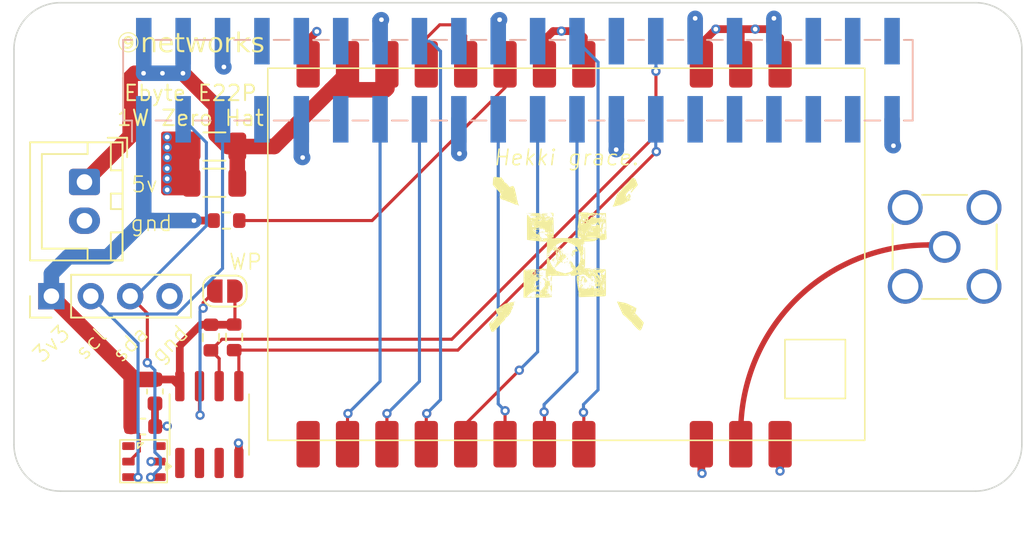
<source format=kicad_pcb>
(kicad_pcb (version 20241229) (generator "pcbnew") (generator_version "9.0")
  (title_block (date "15 nov 2012"))
  (layers (0 "F.Cu" signal) (4 "In1.Cu" signal) (6 "In2.Cu" signal) (2 "B.Cu" signal) (13 "F.Paste" user) (15 "B.Paste" user) (5 "F.SilkS" user "F.Silkscreen") (7 "B.SilkS" user "B.Silkscreen") (1 "F.Mask" user) (3 "B.Mask" user) (25 "Edge.Cuts" user))
  (net 0 "")
  (net 1 "GND")
  (net 2 "/GPIO2{slash}SDA1")
  (net 3 "/GPIO3{slash}SCL1")
  (net 4 "/GPIO4{slash}GPCLK0")
  (net 5 "/GPIO14{slash}TXD0")
  (net 6 "/GPIO15{slash}RXD0")
  (net 7 "/GPIO17")
  (net 8 "/GPIO18{slash}PCM.CLK")
  (net 9 "/GPIO27")
  (net 10 "/GPIO22")
  (net 11 "/GPIO23")
  (net 12 "/GPIO26")
  (net 13 "/GPIO24")
  (net 14 "/GPIO10{slash}SPI0.MOSI")
  (net 15 "/GPIO9{slash}SPI0.MISO")
  (net 16 "/GPIO25")
  (net 17 "/GPIO11{slash}SPI0.SCLK")
  (net 18 "/GPIO8{slash}SPI0.CE0")
  (net 19 "/GPIO7{slash}SPI0.CE1")
  (net 20 "/ID_SDA")
  (net 21 "/ID_SCL")
  (net 22 "/GPIO5")
  (net 23 "/GPIO6")
  (net 24 "/GPIO12{slash}PWM0")
  (net 25 "/GPIO13{slash}PWM1")
  (net 26 "/GPIO19{slash}PCM.FS")
  (net 27 "/GPIO16")
  (net 28 "/GPIO20{slash}PCM.DIN")
  (net 29 "/GPIO21{slash}PCM.DOUT")
  (net 30 "+5V")
  (net 31 "+3V3")
  (net 35 "Net-(JP1-A)")
  (net 38 "/ANT")
  (net 39 "Net-(U3-EN)")
  (net 40 "Net-(U3-DIO2)")
  (footprint "stary:E22P-xxxM30S" (layer "F.Cu") (at 135.62 84.725 90)
    (property "Reference" "U3" (hide yes))
    (property "Value" "E22P-xxxMxxS")
    (pad "1" smd roundrect (at 12.25 13.79 90) (size 3 1.5) (layers "F.Cu" "F.Mask" "F.Paste") (roundrect_rratio 0.15) (net 1 "GND"))
    (pad "2" smd roundrect (at 12.25 11.25 90) (size 3 1.5) (layers "F.Cu" "F.Mask" "F.Paste") (roundrect_rratio 0.15) (net 1 "GND"))
    (pad "3" smd roundrect (at 12.25 8.71 90) (size 3 1.5) (layers "F.Cu" "F.Mask" "F.Paste") (roundrect_rratio 0.15) (net 1 "GND"))
    (pad "4" smd roundrect (at 12.25 1.13 90) (size 3 1.5) (layers "F.Cu" "F.Mask" "F.Paste") (roundrect_rratio 0.15) (net 1 "GND"))
    (pad "5" smd roundrect (at 12.25 -1.41 90) (size 3 1.5) (layers "F.Cu" "F.Mask" "F.Paste") (roundrect_rratio 0.15) (net 1 "GND"))
    (pad "6" smd roundrect (at 12.25 -3.95 90) (size 3 1.5) (layers "F.Cu" "F.Mask" "F.Paste") (roundrect_rratio 0.15) (net 39 "Net-(U3-EN)"))
    (pad "7" smd roundrect (at 12.25 -6.49 90) (size 3 1.5) (layers "F.Cu" "F.Mask" "F.Paste") (roundrect_rratio 0.15) (net 40 "Net-(U3-DIO2)"))
    (pad "8" smd roundrect (at 12.25 -9.03 90) (size 3 1.5) (layers "F.Cu" "F.Mask" "F.Paste") (roundrect_rratio 0.15) (net 40 "Net-(U3-DIO2)"))
    (pad "9" smd roundrect (at 12.25 -11.57 90) (size 3 1.5) (layers "F.Cu" "F.Mask" "F.Paste") (roundrect_rratio 0.15) (net 30 "+5V"))
    (pad "10" smd roundrect (at 12.25 -14.11 90) (size 3 1.5) (layers "F.Cu" "F.Mask" "F.Paste") (roundrect_rratio 0.15) (net 30 "+5V"))
    (pad "11" smd roundrect (at 12.25 -16.65 90) (size 3 1.5) (layers "F.Cu" "F.Mask" "F.Paste") (roundrect_rratio 0.15) (net 1 "GND"))
    (pad "12" smd roundrect (at -12.25 -16.65 90) (size 3 1.5) (layers "F.Cu" "F.Mask" "F.Paste") (roundrect_rratio 0.15) (net 1 "GND"))
    (pad "13" smd roundrect (at -12.25 -14.11 90) (size 3 1.5) (layers "F.Cu" "F.Mask" "F.Paste") (roundrect_rratio 0.15) (net 9 "/GPIO27"))
    (pad "14" smd roundrect (at -12.25 -11.57 90) (size 3 1.5) (layers "F.Cu" "F.Mask" "F.Paste") (roundrect_rratio 0.15) (net 10 "/GPIO22"))
    (pad "15" smd roundrect (at -12.25 -9.03 90) (size 3 1.5) (layers "F.Cu" "F.Mask" "F.Paste") (roundrect_rratio 0.15) (net 11 "/GPIO23"))
    (pad "16" smd roundrect (at -12.25 -6.49 90) (size 3 1.5) (layers "F.Cu" "F.Mask" "F.Paste") (roundrect_rratio 0.15) (net 15 "/GPIO9{slash}SPI0.MISO"))
    (pad "17" smd roundrect (at -12.25 -3.95 90) (size 3 1.5) (layers "F.Cu" "F.Mask" "F.Paste") (roundrect_rratio 0.15) (net 14 "/GPIO10{slash}SPI0.MOSI"))
    (pad "18" smd roundrect (at -12.25 -1.41 90) (size 3 1.5) (layers "F.Cu" "F.Mask" "F.Paste") (roundrect_rratio 0.15) (net 17 "/GPIO11{slash}SPI0.SCLK"))
    (pad "19" smd roundrect (at -12.25 1.13 90) (size 3 1.5) (layers "F.Cu" "F.Mask" "F.Paste") (roundrect_rratio 0.15) (net 18 "/GPIO8{slash}SPI0.CE0"))
    (pad "20" smd roundrect (at -12.25 8.71 90) (size 3 1.5) (layers "F.Cu" "F.Mask" "F.Paste") (roundrect_rratio 0.15) (net 1 "GND"))
    (pad "21" smd roundrect (at -12.25 11.25 90) (size 3 1.5) (layers "F.Cu" "F.Mask" "F.Paste") (roundrect_rratio 0.15) (net 38 "/ANT"))
    (pad "22" smd roundrect (at -12.25 13.79 90) (size 3 1.5) (layers "F.Cu" "F.Mask" "F.Paste") (roundrect_rratio 0.15) (net 1 "GND"))
  )
  (footprint "Resistor_SMD:R_0603_1608Metric" (layer "F.Cu") (at 114.1984 90.0816 -90)
    (property "Reference" "R1" (hide yes))
    (property "Value" "5.1k")
    (pad "1" smd roundrect (at -0.825 0 270) (size 0.8 0.95) (layers "F.Cu" "F.Mask" "F.Paste") (net 31 "+3V3"))
    (pad "2" smd roundrect (at 0.825 0 270) (size 0.8 0.95) (layers "F.Cu" "F.Mask" "F.Paste") (net 20 "/ID_SDA"))
  )
  (footprint "MountingHole:MountingHole_2.7mm_M2.5" (layer "F.Cu") (at 161.5 73.5)
    (property "Reference" "MH2" (hide yes))
    (property "Value" "MountingHole_2.7mm_M2.5" (hide yes))
    (pad "" np_thru_hole circle (at 0 0) (size 2.7 2.7) (drill 2.7) (layers "*.Cu" "*.Mask"))
  )
  (footprint "Connector_JST:JST_XH_B2B-XH-A_1x02_P2.50mm_Vertical" (layer "F.Cu") (at 104.5464 80.0608 -90)
    (property "Reference" "J3" (hide yes))
    (property "Value" "Conn_01x02_Pin")
    (pad "1" thru_hole roundrect (at 0 0 270) (size 1.7 2) (drill 1) (layers "*.Cu" "*.Mask") (roundrect_rratio 0.147059) (net 30 "+5V"))
    (pad "2" thru_hole oval (at 2.5 0 270) (size 1.7 2) (drill 1) (layers "*.Cu" "*.Mask") (net 1 "GND"))
  )
  (footprint "MountingHole:MountingHole_2.7mm_M2.5" (layer "F.Cu") (at 103.5 96.5)
    (property "Reference" "MH3" (hide yes))
    (property "Value" "MountingHole_2.7mm_M2.5" (hide yes))
    (pad "" np_thru_hole circle (at 0 0) (size 2.7 2.7) (drill 2.7) (layers "*.Cu" "*.Mask"))
  )
  (footprint "Jumper:SolderJumper-2_P1.3mm_Open_RoundedPad1.0x1.5mm" (layer "F.Cu") (at 113.6 87.1)
    (property "Reference" "JP1" (hide yes))
    (property "Value" "ID_WP")
    (pad "1" smd custom (at -0.65 0) (size 1 0.5) (layers "F.Cu" "F.Mask") (net 35 "Net-(JP1-A)") (options (clearance outline) (anchor rect)) (primitives (gr_circle (center 0 0.25) (end 0.5 0.25) (width 0) (fill yes)) (gr_circle (center 0 -0.25) (end 0.5 -0.25) (width 0) (fill yes)) (gr_poly (pts (xy 0.5 0.75) (xy 0 0.75) (xy 0 -0.75) (xy 0.5 -0.75)) (width 0) (fill yes))))
    (pad "2" smd custom (at 0.65 0) (size 1 0.5) (layers "F.Cu" "F.Mask") (net 31 "+3V3") (options (clearance outline) (anchor rect)) (primitives (gr_circle (center 0 0.25) (end 0.5 0.25) (width 0) (fill yes)) (gr_circle (center 0 -0.25) (end 0.5 -0.25) (width 0) (fill yes)) (gr_poly (pts (xy 0 0.75) (xy -0.5 0.75) (xy -0.5 -0.75) (xy 0 -0.75)) (width 0) (fill yes))))
  )
  (footprint "Connector_Coaxial:SMA_Amphenol_901-144_Vertical" (layer "F.Cu") (at 160.02 84.25)
    (property "Reference" "J2" (hide yes))
    (property "Value" "Conn_Coaxial")
    (pad "1" thru_hole circle (at 0 0) (size 2.05 2.05) (drill 1.5) (layers "*.Cu" "*.Mask") (net 38 "/ANT"))
    (pad "2" thru_hole circle (at -2.54 -2.54) (size 2.25 2.25) (drill 1.7) (layers "*.Cu" "*.Mask") (net 1 "GND"))
    (pad "2" thru_hole circle (at -2.54 2.54) (size 2.25 2.25) (drill 1.7) (layers "*.Cu" "*.Mask") (net 1 "GND"))
    (pad "2" thru_hole circle (at 2.54 -2.54) (size 2.25 2.25) (drill 1.7) (layers "*.Cu" "*.Mask") (net 1 "GND"))
    (pad "2" thru_hole circle (at 2.54 2.54) (size 2.25 2.25) (drill 1.7) (layers "*.Cu" "*.Mask") (net 1 "GND"))
  )
  (footprint "MountingHole:MountingHole_2.7mm_M2.5" (layer "F.Cu") (at 103.5 73.5)
    (property "Reference" "MH1" (hide yes))
    (property "Value" "MountingHole_2.7mm_M2.5" (hide yes))
    (pad "" np_thru_hole circle (at 0 0) (size 2.7 2.7) (drill 2.7) (layers "*.Cu" "*.Mask"))
  )
  (footprint "Capacitor_SMD:C_1206_3216Metric" (layer "F.Cu") (at 112.9266 80.1116 180)
    (property "Reference" "C4" (hide yes))
    (property "Value" "22u")
    (pad "1" smd roundrect (at -1.475 0 180) (size 1.15 1.8) (layers "F.Cu" "F.Mask" "F.Paste") (roundrect_rratio 0.217391) (net 30 "+5V"))
    (pad "2" smd roundrect (at 1.475 0 180) (size 1.15 1.8) (layers "F.Cu" "F.Mask" "F.Paste") (roundrect_rratio 0.217391) (net 1 "GND"))
  )
  (footprint "MountingHole:MountingHole_2.7mm_M2.5" (layer "F.Cu") (at 161.5 96.5)
    (property "Reference" "MH4" (hide yes))
    (property "Value" "MountingHole_2.7mm_M2.5" (hide yes))
    (pad "" np_thru_hole circle (at 0 0) (size 2.7 2.7) (drill 2.7) (layers "*.Cu" "*.Mask"))
  )
  (footprint "Resistor_SMD:R_0603_1608Metric" (layer "F.Cu") (at 112.6998 90.0938 -90)
    (property "Reference" "R2" (hide yes))
    (property "Value" "5.1k")
    (pad "1" smd roundrect (at -0.825 0 270) (size 0.8 0.95) (layers "F.Cu" "F.Mask" "F.Paste") (net 31 "+3V3"))
    (pad "2" smd roundrect (at 0.825 0 270) (size 0.8 0.95) (layers "F.Cu" "F.Mask" "F.Paste") (net 21 "/ID_SCL"))
  )
  (footprint "Capacitor_SMD:C_1206_3216Metric" (layer "F.Cu") (at 112.9284 77.7748 180)
    (property "Reference" "C3" (hide yes))
    (property "Value" "22u")
    (pad "1" smd roundrect (at -1.475 0 180) (size 1.15 1.8) (layers "F.Cu" "F.Mask" "F.Paste") (roundrect_rratio 0.217391) (net 30 "+5V"))
    (pad "2" smd roundrect (at 1.475 0 180) (size 1.15 1.8) (layers "F.Cu" "F.Mask" "F.Paste") (roundrect_rratio 0.217391) (net 1 "GND"))
  )
  (footprint "Package_SO:SOIC-8_3.9x4.9mm_P1.27mm" (layer "F.Cu") (at 112.5982 95.7072 90)
    (property "Reference" "U1" (hide yes))
    (property "Value" "CAT24C256")
    (pad "1" smd roundrect (at -2.475 -1.905 90) (size 1.95 0.6) (layers "F.Cu" "F.Mask" "F.Paste"))
    (pad "2" smd roundrect (at -2.475 -0.635 90) (size 1.95 0.6) (layers "F.Cu" "F.Mask" "F.Paste"))
    (pad "3" smd roundrect (at -2.475 0.635 90) (size 1.95 0.6) (layers "F.Cu" "F.Mask" "F.Paste"))
    (pad "4" smd roundrect (at -2.475 1.905 90) (size 1.95 0.6) (layers "F.Cu" "F.Mask" "F.Paste") (net 1 "GND"))
    (pad "5" smd roundrect (at 2.475 1.905 90) (size 1.95 0.6) (layers "F.Cu" "F.Mask" "F.Paste") (net 20 "/ID_SDA"))
    (pad "6" smd roundrect (at 2.475 0.635 90) (size 1.95 0.6) (layers "F.Cu" "F.Mask" "F.Paste") (net 21 "/ID_SCL"))
    (pad "7" smd roundrect (at 2.475 -0.635 90) (size 1.95 0.6) (layers "F.Cu" "F.Mask" "F.Paste") (net 35 "Net-(JP1-A)"))
    (pad "8" smd roundrect (at 2.475 -1.905 90) (size 1.95 0.6) (layers "F.Cu" "F.Mask" "F.Paste") (net 31 "+3V3"))
  )
  (footprint "Resistor_SMD:R_0603_1608Metric" (layer "F.Cu") (at 113.7026 82.55)
    (property "Reference" "R4" (hide yes))
    (property "Value" "10k")
    (pad "1" smd roundrect (at -0.825 0) (size 0.8 0.95) (layers "F.Cu" "F.Mask" "F.Paste") (net 31 "+3V3"))
    (pad "2" smd roundrect (at 0.825 0) (size 0.8 0.95) (layers "F.Cu" "F.Mask" "F.Paste") (net 39 "Net-(U3-EN)"))
  )
  (footprint "stary:AHT20" (layer "F.Cu") (at 108.3818 98.0948)
    (property "Reference" "U2" (hide yes))
    (property "Value" "AHT20")
    (pad "1" smd roundrect (at -1 -1) (size 0.8 0.5) (layers "F.Cu" "F.Mask" "F.Paste") (roundrect_rratio 0.15))
    (pad "2" smd roundrect (at -1 0) (size 0.8 0.5) (layers "F.Cu" "F.Mask" "F.Paste") (roundrect_rratio 0.15) (net 31 "+3V3"))
    (pad "3" smd roundrect (at -1 1) (size 0.8 0.5) (layers "F.Cu" "F.Mask" "F.Paste") (roundrect_rratio 0.15) (net 3 "/GPIO3{slash}SCL1"))
    (pad "4" smd roundrect (at 1 1) (size 0.8 0.5) (layers "F.Cu" "F.Mask" "F.Paste") (roundrect_rratio 0.15) (net 2 "/GPIO2{slash}SDA1"))
    (pad "5" smd roundrect (at 1 0) (size 0.8 0.5) (layers "F.Cu" "F.Mask" "F.Paste") (roundrect_rratio 0.15) (net 1 "GND"))
    (pad "6" smd roundrect (at 1 -1) (size 0.8 0.5) (layers "F.Cu" "F.Mask" "F.Paste") (roundrect_rratio 0.15))
  )
  (footprint "Capacitor_SMD:C_0603_1608Metric" (layer "F.Cu") (at 109.093 93.5736 -90)
    (property "Reference" "C1" (hide yes))
    (property "Value" "100n")
    (pad "1" smd roundrect (at -0.775 0 270) (size 0.9 0.95) (layers "F.Cu" "F.Mask" "F.Paste") (net 31 "+3V3"))
    (pad "2" smd roundrect (at 0.775 0 270) (size 0.9 0.95) (layers "F.Cu" "F.Mask" "F.Paste") (net 1 "GND"))
  )
  (footprint "Connector_PinHeader_2.54mm:PinHeader_1x04_P2.54mm_Vertical" (layer "F.Cu") (at 102.4128 87.4268 90)
    (property "Reference" "J4" (hide yes))
    (property "Value" "Conn_01x04")
    (pad "1" thru_hole rect (at 0 0 90) (size 1.7 1.7) (drill 1) (layers "*.Cu" "*.Mask") (net 31 "+3V3"))
    (pad "2" thru_hole circle (at 0 2.54 90) (size 1.7 1.7) (drill 1) (layers "*.Cu" "*.Mask") (net 3 "/GPIO3{slash}SCL1"))
    (pad "3" thru_hole circle (at 0 5.08 90) (size 1.7 1.7) (drill 1) (layers "*.Cu" "*.Mask") (net 2 "/GPIO2{slash}SDA1"))
    (pad "4" thru_hole circle (at 0 7.62 90) (size 1.7 1.7) (drill 1) (layers "*.Cu" "*.Mask") (net 1 "GND"))
  )
  (footprint "stary-silk:1000xRESIST_Secretary" (layer "F.Cu") (at 135.62 84.725)
    (property "Reference" "G***" (hide yes))
    (property "Value" "LOGO" (hide yes))
  )
  (footprint "Capacitor_SMD:C_0603_1608Metric" (layer "F.Cu") (at 108.331 95.8342)
    (property "Reference" "C2" (hide yes))
    (property "Value" "100n")
    (pad "1" smd roundrect (at -0.775 0) (size 0.9 0.95) (layers "F.Cu" "F.Mask" "F.Paste") (net 31 "+3V3"))
    (pad "2" smd roundrect (at 0.775 0) (size 0.9 0.95) (layers "F.Cu" "F.Mask" "F.Paste") (net 1 "GND"))
  )
  (footprint "Connector_PinSocket_2.54mm:PinSocket_2x20_P2.54mm_Vertical_SMD" (layer "B.Cu") (at 132.5 73.5 -90)
    (property "Reference" "J1" (hide yes))
    (property "Value" "GPIO")
    (pad "1" smd rect (at 2.52 24.13 270) (size 3 1) (layers "B.Cu" "B.Mask" "B.Paste") (net 31 "+3V3"))
    (pad "2" smd rect (at -2.52 24.13 270) (size 3 1) (layers "B.Cu" "B.Mask" "B.Paste") (net 30 "+5V"))
    (pad "3" smd rect (at 2.52 21.59 270) (size 3 1) (layers "B.Cu" "B.Mask" "B.Paste") (net 2 "/GPIO2{slash}SDA1"))
    (pad "4" smd rect (at -2.52 21.59 270) (size 3 1) (layers "B.Cu" "B.Mask" "B.Paste") (net 30 "+5V"))
    (pad "5" smd rect (at 2.52 19.05 270) (size 3 1) (layers "B.Cu" "B.Mask" "B.Paste") (net 3 "/GPIO3{slash}SCL1"))
    (pad "6" smd rect (at -2.52 19.05 270) (size 3 1) (layers "B.Cu" "B.Mask" "B.Paste") (net 1 "GND"))
    (pad "7" smd rect (at 2.52 16.51 270) (size 3 1) (layers "B.Cu" "B.Mask" "B.Paste") (net 4 "/GPIO4{slash}GPCLK0"))
    (pad "8" smd rect (at -2.52 16.51 270) (size 3 1) (layers "B.Cu" "B.Mask" "B.Paste") (net 5 "/GPIO14{slash}TXD0"))
    (pad "9" smd rect (at 2.52 13.97 270) (size 3 1) (layers "B.Cu" "B.Mask" "B.Paste") (net 1 "GND"))
    (pad "10" smd rect (at -2.52 13.97 270) (size 3 1) (layers "B.Cu" "B.Mask" "B.Paste") (net 6 "/GPIO15{slash}RXD0"))
    (pad "11" smd rect (at 2.52 11.43 270) (size 3 1) (layers "B.Cu" "B.Mask" "B.Paste") (net 7 "/GPIO17"))
    (pad "12" smd rect (at -2.52 11.43 270) (size 3 1) (layers "B.Cu" "B.Mask" "B.Paste") (net 8 "/GPIO18{slash}PCM.CLK"))
    (pad "13" smd rect (at 2.52 8.89 270) (size 3 1) (layers "B.Cu" "B.Mask" "B.Paste") (net 9 "/GPIO27"))
    (pad "14" smd rect (at -2.52 8.89 270) (size 3 1) (layers "B.Cu" "B.Mask" "B.Paste") (net 1 "GND"))
    (pad "15" smd rect (at 2.52 6.35 270) (size 3 1) (layers "B.Cu" "B.Mask" "B.Paste") (net 10 "/GPIO22"))
    (pad "16" smd rect (at -2.52 6.35 270) (size 3 1) (layers "B.Cu" "B.Mask" "B.Paste") (net 11 "/GPIO23"))
    (pad "17" smd rect (at 2.52 3.81 270) (size 3 1) (layers "B.Cu" "B.Mask" "B.Paste") (net 31 "+3V3"))
    (pad "18" smd rect (at -2.52 3.81 270) (size 3 1) (layers "B.Cu" "B.Mask" "B.Paste") (net 13 "/GPIO24"))
    (pad "19" smd rect (at 2.52 1.27 270) (size 3 1) (layers "B.Cu" "B.Mask" "B.Paste") (net 14 "/GPIO10{slash}SPI0.MOSI"))
    (pad "20" smd rect (at -2.52 1.27 270) (size 3 1) (layers "B.Cu" "B.Mask" "B.Paste") (net 1 "GND"))
    (pad "21" smd rect (at 2.52 -1.27 270) (size 3 1) (layers "B.Cu" "B.Mask" "B.Paste") (net 15 "/GPIO9{slash}SPI0.MISO"))
    (pad "22" smd rect (at -2.52 -1.27 270) (size 3 1) (layers "B.Cu" "B.Mask" "B.Paste") (net 16 "/GPIO25"))
    (pad "23" smd rect (at 2.52 -3.81 270) (size 3 1) (layers "B.Cu" "B.Mask" "B.Paste") (net 17 "/GPIO11{slash}SPI0.SCLK"))
    (pad "24" smd rect (at -2.52 -3.81 270) (size 3 1) (layers "B.Cu" "B.Mask" "B.Paste") (net 18 "/GPIO8{slash}SPI0.CE0"))
    (pad "25" smd rect (at 2.52 -6.35 270) (size 3 1) (layers "B.Cu" "B.Mask" "B.Paste") (net 1 "GND"))
    (pad "26" smd rect (at -2.52 -6.35 270) (size 3 1) (layers "B.Cu" "B.Mask" "B.Paste") (net 19 "/GPIO7{slash}SPI0.CE1"))
    (pad "27" smd rect (at 2.52 -8.89 270) (size 3 1) (layers "B.Cu" "B.Mask" "B.Paste") (net 20 "/ID_SDA"))
    (pad "28" smd rect (at -2.52 -8.89 270) (size 3 1) (layers "B.Cu" "B.Mask" "B.Paste") (net 21 "/ID_SCL"))
    (pad "29" smd rect (at 2.52 -11.43 270) (size 3 1) (layers "B.Cu" "B.Mask" "B.Paste") (net 22 "/GPIO5"))
    (pad "30" smd rect (at -2.52 -11.43 270) (size 3 1) (layers "B.Cu" "B.Mask" "B.Paste") (net 1 "GND"))
    (pad "31" smd rect (at 2.52 -13.97 270) (size 3 1) (layers "B.Cu" "B.Mask" "B.Paste") (net 23 "/GPIO6"))
    (pad "32" smd rect (at -2.52 -13.97 270) (size 3 1) (layers "B.Cu" "B.Mask" "B.Paste") (net 24 "/GPIO12{slash}PWM0"))
    (pad "33" smd rect (at 2.52 -16.51 270) (size 3 1) (layers "B.Cu" "B.Mask" "B.Paste") (net 25 "/GPIO13{slash}PWM1"))
    (pad "34" smd rect (at -2.52 -16.51 270) (size 3 1) (layers "B.Cu" "B.Mask" "B.Paste") (net 1 "GND"))
    (pad "35" smd rect (at 2.52 -19.05 270) (size 3 1) (layers "B.Cu" "B.Mask" "B.Paste") (net 26 "/GPIO19{slash}PCM.FS"))
    (pad "36" smd rect (at -2.52 -19.05 270) (size 3 1) (layers "B.Cu" "B.Mask" "B.Paste") (net 27 "/GPIO16"))
    (pad "37" smd rect (at 2.52 -21.59 270) (size 3 1) (layers "B.Cu" "B.Mask" "B.Paste") (net 12 "/GPIO26"))
    (pad "38" smd rect (at -2.52 -21.59 270) (size 3 1) (layers "B.Cu" "B.Mask" "B.Paste") (net 28 "/GPIO20{slash}PCM.DIN"))
    (pad "39" smd rect (at 2.52 -24.13 270) (size 3 1) (layers "B.Cu" "B.Mask" "B.Paste") (net 1 "GND"))
    (pad "40" smd rect (at -2.52 -24.13 270) (size 3 1) (layers "B.Cu" "B.Mask" "B.Paste") (net 29 "/GPIO21{slash}PCM.DOUT"))
  )
  (gr_line (start 162 68.5) (end 103 68.5) (stroke (width 0.1)) (layer "Edge.Cuts"))
  (gr_arc (start 162 68.5) (mid 164.12132 69.37868) (end 165 71.5) (stroke (width 0.1)) (layer "Edge.Cuts"))
  (gr_line (start 165 97) (end 165 71.5) (stroke (width 0.1)) (layer "Edge.Cuts"))
  (gr_line (start 100 71.5) (end 100 97) (stroke (width 0.1)) (layer "Edge.Cuts"))
  (gr_arc (start 100 71.5) (mid 100.87868 69.37868) (end 103 68.5) (stroke (width 0.1)) (layer "Edge.Cuts"))
  (gr_arc (start 103 100) (mid 100.87868 99.12132) (end 100 97) (stroke (width 0.1)) (layer "Edge.Cuts"))
  (gr_line (start 103 100) (end 162 100) (stroke (width 0.1)) (layer "Edge.Cuts"))
  (gr_arc (start 165 97) (mid 164.12132 99.12132) (end 162 100) (stroke (width 0.1)) (layer "Edge.Cuts"))
  (gr_text "⑨networks" (at 111.379 71.1708 0) (layer "F.SilkS") (effects (font (size 1.25 1.25) (thickness 0.1))))
  (gr_text "sda" (at 107.4928 90.5 45) (layer "F.SilkS") (effects (font (size 1 1) (thickness 0.1))))
  (gr_text "5v" (at 107.4928 80.8108 0) (layer "F.SilkS") (effects (font (size 1 1) (thickness 0.1)) (justify left bottom)))
  (gr_text "gnd" (at 110.0328 90.5 45) (layer "F.SilkS") (effects (font (size 1 1) (thickness 0.1))))
  (gr_text "Hekki grace." (at 135.62 78.486 0) (layer "F.SilkS") (effects (font (size 1 1) (thickness 0.1) (italic yes))))
  (gr_text "scl" (at 104.9528 90.5 45) (layer "F.SilkS") (effects (font (size 1 1) (thickness 0.1))))
  (gr_text "Ebyte E22P\n1W Zero Hat" (at 111.379 75.1332 0) (layer "F.SilkS") (effects (font (size 1 1) (thickness 0.125))))
  (gr_text "gnd" (at 107.442 83.312 0) (layer "F.SilkS") (effects (font (size 1 1) (thickness 0.1)) (justify left bottom)))
  (gr_text "3v3" (at 102.4128 90.5002 45) (layer "F.SilkS") (effects (font (size 1 1) (thickness 0.1))))
  (gr_text "WP" (at 113.8 85.8 0) (layer "F.SilkS") (effects (font (size 1 1) (thickness 0.1)) (justify left bottom)))
  (segment (start 109.093 94.3486) (end 109.093 95.8212) (width 0.5) (layer "F.Cu") (net 1))
  (segment (start 146.87 72.475) (end 146.87 70.2492) (width 0.5) (layer "F.Cu") (net 1))
  (segment (start 149.41 72.475) (end 149.41 70.7716) (width 0.5) (layer "F.Cu") (net 1))
  (segment (start 111.4534 77.7748) (end 111.4534 80.0626) (width 1) (layer "F.Cu") (net 1))
  (segment (start 109.106 95.8342) (end 109.855 95.8342) (width 0.2) (layer "F.Cu") (net 1))
  (segment (start 144.33 96.975) (end 144.33 98.8132) (width 0.5) (layer "F.Cu") (net 1))
  (segment (start 144.33 98.8132) (end 144.3736 98.8568) (width 0.5) (layer "F.Cu") (net 1))
  (segment (start 149.41 98.6972) (end 149.4028 98.7044) (width 0.5) (layer "F.Cu") (net 1))
  (segment (start 146.9136 70.2056) (end 147.8026 70.2056) (width 0.5) (layer "F.Cu") (net 1))
  (segment (start 148.844 70.2056) (end 147.8026 70.2056) (width 0.5) (layer "F.Cu") (net 1))
  (segment (start 134.770002 70.3326) (end 134.21 70.892602) (width 0.5) (layer "F.Cu") (net 1))
  (segment (start 145.2626 70.2056) (end 146.9136 70.2056) (width 0.5) (layer "F.Cu") (net 1))
  (segment (start 144.33 72.475) (end 144.33 71.1382) (width 0.5) (layer "F.Cu") (net 1))
  (segment (start 114.5032 96.9264) (end 114.4778 96.901) (width 0.5) (layer "F.Cu") (net 1))
  (segment (start 149.41 96.975) (end 149.41 98.6972) (width 0.5) (layer "F.Cu") (net 1))
  (segment (start 118.97 72.475) (end 118.97 70.918002) (width 0.5) (layer "F.Cu") (net 1))
  (segment (start 118.97 70.918002) (end 119.530002 70.358) (width 0.5) (layer "F.Cu") (net 1))
  (segment (start 135.3058 70.3326) (end 136.3472 70.3326) (width 0.5) (layer "F.Cu") (net 1))
  (segment (start 149.41 70.7716) (end 148.844 70.2056) (width 0.5) (layer "F.Cu") (net 1))
  (segment (start 109.855 95.8342) (end 109.8804 95.8088) (width 0.2) (layer "F.Cu") (net 1))
  (segment (start 134.21 70.892602) (end 134.21 72.475) (width 0.5) (layer "F.Cu") (net 1))
  (segment (start 109.3818 98.0948) (end 108.839 98.0948) (width 0.2) (layer "F.Cu") (net 1))
  (segment (start 114.5032 98.1822) (end 114.5032 96.9264) (width 0.5) (layer "F.Cu") (net 1))
  (segment (start 144.33 71.1382) (end 145.2626 70.2056) (width 0.5) (layer "F.Cu") (net 1))
  (segment (start 136.75 70.7354) (end 136.75 72.475) (width 0.5) (layer "F.Cu") (net 1))
  (segment (start 135.3058 70.3326) (end 134.770002 70.3326) (width 0.5) (layer "F.Cu") (net 1))
  (segment (start 109.093 95.8212) (end 109.106 95.8342) (width 0.5) (layer "F.Cu") (net 1))
  (segment (start 136.3472 70.3326) (end 136.75 70.7354) (width 0.5) (layer "F.Cu") (net 1))
  (segment (start 146.87 70.2492) (end 146.9136 70.2056) (width 0.5) (layer "F.Cu") (net 1))
  (via (at 123.698 69.596) (size 0.6) (drill 0.3) (layers "F.Cu" "B.Cu") (net 1))
  (via (at 109.8804 79.1972) (size 0.6) (drill 0.3) (layers "F.Cu" "B.Cu") (net 1))
  (via (at 138.8364 77.978) (size 0.6) (drill 0.3) (layers "F.Cu" "B.Cu") (net 1))
  (via (at 131.318 69.596) (size 0.6) (drill 0.3) (layers "F.Cu" "B.Cu") (net 1))
  (via (at 135.3058 70.3326) (size 0.6) (drill 0.3) (layers "F.Cu" "B.Cu") (net 1))
  (via (at 149.4028 98.7044) (size 0.6) (drill 0.3) (layers "F.Cu" "B.Cu") (net 1))
  (via (at 109.8804 77.1652) (size 0.6) (drill 0.3) (layers "F.Cu" "B.Cu") (net 1))
  (via (at 113.538 72.644) (size 0.6) (drill 0.3) (layers "F.Cu" "B.Cu") (net 1))
  (via (at 109.8804 79.8576) (size 0.6) (drill 0.3) (layers "F.Cu" "B.Cu") (net 1))
  (via (at 109.8804 95.8088) (size 0.6) (drill 0.3) (layers "F.Cu" "B.Cu") (net 1))
  (via (at 109.8804 80.5688) (size 0.6) (drill 0.3) (layers "F.Cu" "B.Cu") (net 1))
  (via (at 118.618 78.486) (size 0.6) (drill 0.3) (layers "F.Cu" "B.Cu") (net 1))
  (via (at 109.8804 77.8256) (size 0.6) (drill 0.3) (layers "F.Cu" "B.Cu") (net 1))
  (via (at 147.8026 70.2056) (size 0.6) (drill 0.3) (layers "F.Cu" "B.Cu") (net 1))
  (via (at 145.2626 70.2056) (size 0.6) (drill 0.3) (layers "F.Cu" "B.Cu") (net 1))
  (via (at 109.8804 78.486) (size 0.6) (drill 0.3) (layers "F.Cu" "B.Cu") (net 1))
  (via (at 149.01 69.508) (size 0.6) (drill 0.3) (layers "F.Cu" "B.Cu") (net 1))
  (via (at 119.530002 70.358) (size 0.6) (drill 0.3) (layers "F.Cu" "B.Cu") (net 1))
  (via (at 114.4778 96.901) (size 0.6) (drill 0.3) (layers "F.Cu" "B.Cu") (net 1))
  (via (at 143.93 69.508) (size 0.6) (drill 0.3) (layers "F.Cu" "B.Cu") (net 1))
  (via (at 156.718 77.724) (size 0.6) (drill 0.3) (layers "F.Cu" "B.Cu") (net 1))
  (via (at 108.839 98.0948) (size 0.6) (drill 0.3) (layers "F.Cu" "B.Cu") (net 1))
  (via (at 144.3736 98.8568) (size 0.6) (drill 0.3) (layers "F.Cu" "B.Cu") (net 1))
  (segment (start 143.93 70.98) (end 143.93 69.508) (width 1) (layer "B.Cu") (net 1))
  (segment (start 156.63 76.02) (end 156.63 77.636) (width 1) (layer "B.Cu") (net 1))
  (segment (start 131.23 70.98) (end 131.23 69.684) (width 1) (layer "B.Cu") (net 1))
  (segment (start 113.45 70.98) (end 113.45 72.556) (width 1) (layer "B.Cu") (net 1))
  (segment (start 149.01 70.98) (end 149.01 69.508) (width 1) (layer "B.Cu") (net 1))
  (segment (start 118.53 76.02) (end 118.53 78.398) (width 1) (layer "B.Cu") (net 1))
  (segment (start 138.85 77.9644) (end 138.8364 77.978) (width 1) (layer "B.Cu") (net 1))
  (segment (start 138.85 76.02) (end 138.85 77.9644) (width 1) (layer "B.Cu") (net 1))
  (segment (start 123.61 70.98) (end 123.61 69.684) (width 1) (layer "B.Cu") (net 1))
  (arc (start 113.45 72.556) (mid 113.475775 72.618225) (end 113.538 72.644) (width 1) (layer "B.Cu") (net 1))
  (arc (start 123.61 69.684) (mid 123.635775 69.621775) (end 123.698 69.596) (width 1) (layer "B.Cu") (net 1))
  (arc (start 131.23 69.684) (mid 131.255775 69.621775) (end 131.318 69.596) (width 1) (layer "B.Cu") (net 1))
  (arc (start 118.53 78.398) (mid 118.555775 78.460225) (end 118.618 78.486) (width 1) (layer "B.Cu") (net 1))
  (arc (start 156.63 77.636) (mid 156.655775 77.698225) (end 156.718 77.724) (width 1) (layer "B.Cu") (net 1))
  (segment (start 108.6008 88.5348) (end 108.6008 91.7194) (width 0.2) (layer "F.Cu") (net 2))
  (segment (start 108.8296 99.0948) (end 108.8136 99.1108) (width 0.2) (layer "F.Cu") (net 2))
  (segment (start 107.4928 87.4268) (end 108.6008 88.5348) (width 0.2) (layer "F.Cu") (net 2))
  (segment (start 109.3818 99.0948) (end 108.8296 99.0948) (width 0.2) (layer "F.Cu") (net 2))
  (via (at 108.6008 91.7194) (size 0.6) (drill 0.3) (layers "F.Cu" "B.Cu") (net 2))
  (via (at 108.8136 99.1108) (size 0.6) (drill 0.3) (layers "F.Cu" "B.Cu") (net 2))
  (segment (start 108.6008 91.7194) (end 109.087943 92.206543) (width 0.2) (layer "B.Cu") (net 2))
  (segment (start 112.4086 77.5186) (end 112.4086 82.881785) (width 0.2) (layer "B.Cu") (net 2))
  (segment (start 109.087943 92.206543) (end 109.087943 97.4938) (width 0.2) (layer "B.Cu") (net 2))
  (segment (start 112.4086 82.881785) (end 107.863585 87.4268) (width 0.2) (layer "B.Cu") (net 2))
  (segment (start 109.44 97.845857) (end 109.44 98.4844) (width 0.2) (layer "B.Cu") (net 2))
  (segment (start 110.91 76.02) (end 112.4086 77.5186) (width 0.2) (layer "B.Cu") (net 2))
  (segment (start 109.087943 97.4938) (end 109.44 97.845857) (width 0.2) (layer "B.Cu") (net 2))
  (segment (start 109.44 98.4844) (end 108.8136 99.1108) (width 0.2) (layer "B.Cu") (net 2))
  (segment (start 107.863585 87.4268) (end 107.4928 87.4268) (width 0.2) (layer "B.Cu") (net 2))
  (segment (start 107.9848 99.0948) (end 108.0008 99.1108) (width 0.2) (layer "F.Cu") (net 3))
  (segment (start 107.3818 99.0948) (end 107.9848 99.0948) (width 0.2) (layer "F.Cu") (net 3))
  (via (at 108.0008 99.1108) (size 0.6) (drill 0.3) (layers "F.Cu" "B.Cu") (net 3))
  (segment (start 110.50956 88.5778) (end 106.1038 88.5778) (width 0.2) (layer "B.Cu") (net 3))
  (segment (start 113.45 85.63736) (end 110.50956 88.5778) (width 0.2) (layer "B.Cu") (net 3))
  (segment (start 108.0008 90.4748) (end 105.7275 88.2015) (width 0.2) (layer "B.Cu") (net 3))
  (segment (start 108.0008 99.1108) (end 108.0008 90.4748) (width 0.2) (layer "B.Cu") (net 3))
  (segment (start 105.7275 88.2015) (end 104.9528 87.4268) (width 0.2) (layer "B.Cu") (net 3))
  (segment (start 113.45 76.02) (end 113.45 85.63736) (width 0.2) (layer "B.Cu") (net 3))
  (segment (start 106.1038 88.5778) (end 105.7275 88.2015) (width 0.2) (layer "B.Cu") (net 3))
  (segment (start 121.51 95.025) (end 121.539 94.996) (width 0.2) (layer "F.Cu") (net 9))
  (segment (start 121.51 96.975) (end 121.51 95.025) (width 0.2) (layer "F.Cu") (net 9))
  (via (at 121.539 94.996) (size 0.6) (drill 0.3) (layers "F.Cu" "B.Cu") (net 9))
  (segment (start 121.539 94.996) (end 123.61 92.925) (width 0.2) (layer "B.Cu") (net 9))
  (segment (start 123.61 92.925) (end 123.61 76.02) (width 0.2) (layer "B.Cu") (net 9))
  (segment (start 124.05 94.9996) (end 124.0536 94.996) (width 0.2) (layer "F.Cu") (net 10))
  (segment (start 124.05 96.975) (end 124.05 94.9996) (width 0.2) (layer "F.Cu") (net 10))
  (via (at 124.0536 94.996) (size 0.6) (drill 0.3) (layers "F.Cu" "B.Cu") (net 10))
  (segment (start 124.079 94.996) (end 126.15 92.925) (width 0.2) (layer "B.Cu") (net 10))
  (segment (start 126.15 92.925) (end 126.15 76.02) (width 0.2) (layer "B.Cu") (net 10))
  (segment (start 124.079 94.996) (end 124.0536 94.996) (width 0.2) (layer "B.Cu") (net 10))
  (segment (start 126.59 96.975) (end 126.59 95.025) (width 0.2) (layer "F.Cu") (net 11))
  (segment (start 126.59 95.025) (end 126.619 94.996) (width 0.2) (layer "F.Cu") (net 11))
  (via (at 126.619 94.996) (size 0.6) (drill 0.3) (layers "F.Cu" "B.Cu") (net 11))
  (segment (start 127.508 71.628) (end 127.508 94.107) (width 0.2) (layer "B.Cu") (net 11))
  (segment (start 126.86 70.98) (end 127.508 71.628) (width 0.2) (layer "B.Cu") (net 11))
  (segment (start 126.15 70.98) (end 126.86 70.98) (width 0.2) (layer "B.Cu") (net 11))
  (segment (start 127.508 94.107) (end 126.619 94.996) (width 0.2) (layer "B.Cu") (net 11))
  (segment (start 131.6736 94.8182) (end 131.67 94.8218) (width 0.2) (layer "F.Cu") (net 14))
  (segment (start 131.67 94.8218) (end 131.67 96.975) (width 0.2) (layer "F.Cu") (net 14))
  (via (at 131.6736 94.8182) (size 0.6) (drill 0.3) (layers "F.Cu" "B.Cu") (net 14))
  (segment (start 131.23 94.0562) (end 131.23 76.02) (width 0.2) (layer "B.Cu") (net 14))
  (segment (start 131.23 94.3746) (end 131.6736 94.8182) (width 0.2) (layer "B.Cu") (net 14))
  (segment (start 131.23 94.0562) (end 131.23 94.3746) (width 0.2) (layer "B.Cu") (net 14))
  (segment (start 129.13 95.66) (end 132.588 92.202) (width 0.2) (layer "F.Cu") (net 15))
  (segment (start 129.13 96.975) (end 129.13 95.66) (width 0.2) (layer "F.Cu") (net 15))
  (via (at 132.588 92.202) (size 0.6) (drill 0.3) (layers "F.Cu" "B.Cu") (net 15))
  (segment (start 133.77 91.02) (end 133.77 76.02) (width 0.2) (layer "B.Cu") (net 15))
  (segment (start 132.588 92.202) (end 133.77 91.02) (width 0.2) (layer "B.Cu") (net 15))
  (segment (start 134.21 94.9162) (end 134.21 96.975) (width 0.2) (layer "F.Cu") (net 17))
  (segment (start 134.1882 94.8944) (end 134.21 94.9162) (width 0.2) (layer "F.Cu") (net 17))
  (via (at 134.1882 94.8944) (size 0.6) (drill 0.3) (layers "F.Cu" "B.Cu") (net 17))
  (segment (start 134.1882 94.8944) (end 134.1882 94.4118) (width 0.2) (layer "B.Cu") (net 17))
  (segment (start 136.31 92.29) (end 136.31 76.02) (width 0.2) (layer "B.Cu") (net 17))
  (segment (start 134.1882 94.4118) (end 136.31 92.29) (width 0.2) (layer "B.Cu") (net 17))
  (segment (start 136.75 94.9416) (end 136.75 96.975) (width 0.2) (layer "F.Cu") (net 18))
  (segment (start 136.7282 94.9198) (end 136.75 94.9416) (width 0.2) (layer "F.Cu") (net 18))
  (via (at 136.7282 94.9198) (size 0.6) (drill 0.3) (layers "F.Cu" "B.Cu") (net 18))
  (segment (start 136.7282 94.9198) (end 136.7282 94.4118) (width 0.2) (layer "B.Cu") (net 18))
  (segment (start 137.668 72.338) (end 136.31 70.98) (width 0.2) (layer "B.Cu") (net 18))
  (segment (start 137.668 93.472) (end 137.668 72.338) (width 0.2) (layer "B.Cu") (net 18))
  (segment (start 136.7282 94.4118) (end 137.668 93.472) (width 0.2) (layer "B.Cu") (net 18))
  (segment (start 114.5032 93.2322) (end 114.5032 91.2114) (width 0.2) (layer "F.Cu") (net 20))
  (segment (start 128.6256 90.9066) (end 141.4272 78.105) (width 0.2) (layer "F.Cu") (net 20))
  (segment (start 114.1984 90.9066) (end 128.6256 90.9066) (width 0.2) (layer "F.Cu") (net 20))
  (segment (start 114.5032 91.2114) (end 114.1984 90.9066) (width 0.2) (layer "F.Cu") (net 20))
  (via (at 141.4272 78.105) (size 0.6) (drill 0.3) (layers "F.Cu" "B.Cu") (net 20))
  (segment (start 141.39 78.0678) (end 141.4272 78.105) (width 0.2) (layer "B.Cu") (net 20))
  (segment (start 141.39 76.02) (end 141.39 78.0678) (width 0.2) (layer "B.Cu") (net 20))
  (segment (start 113.413 90.2056) (end 128.2344 90.2056) (width 0.2) (layer "F.Cu") (net 21))
  (segment (start 113.2332 91.4522) (end 112.6998 90.9188) (width 0.2) (layer "F.Cu") (net 21))
  (segment (start 131.9276 86.5124) (end 141.4018 77.0382) (width 0.2) (layer "F.Cu") (net 21))
  (segment (start 113.2332 93.2322) (end 113.2332 91.4522) (width 0.2) (layer "F.Cu") (net 21))
  (segment (start 112.6998 90.9188) (end 113.413 90.2056) (width 0.2) (layer "F.Cu") (net 21))
  (segment (start 128.2344 90.2056) (end 131.9276 86.5124) (width 0.2) (layer "F.Cu") (net 21))
  (segment (start 141.4018 77.0382) (end 141.4018 72.9234) (width 0.2) (layer "F.Cu") (net 21))
  (via (at 141.4018 72.9234) (size 0.6) (drill 0.3) (layers "F.Cu" "B.Cu") (net 21))
  (segment (start 141.4018 72.9234) (end 141.4018 70.9918) (width 0.2) (layer "B.Cu") (net 21))
  (segment (start 141.4018 70.9918) (end 141.39 70.98) (width 0.2) (layer "B.Cu") (net 21))
  (segment (start 108.3564 73.0504) (end 110.8964 73.0504) (width 1) (layer "F.Cu") (net 30))
  (segment (start 113.792 77.7748) (end 113.03 77.0128) (width 1) (layer "F.Cu") (net 30))
  (segment (start 114.4016 77.7766) (end 114.4034 77.7748) (width 1) (layer "F.Cu") (net 30))
  (segment (start 120.445198 74.115598) (end 123.950398 74.115598) (width 1) (layer "F.Cu") (net 30))
  (segment (start 114.4034 77.7748) (end 116.785996 77.7748) (width 1) (layer "F.Cu") (net 30))
  (segment (start 123.950398 74.115598) (end 123.952 74.1172) (width 1) (layer "F.Cu") (net 30))
  (segment (start 114.4016 80.1116) (end 114.4016 77.7766) (width 1) (layer "F.Cu") (net 30))
  (segment (start 124.05 74.0192) (end 124.05 72.475) (width 1) (layer "F.Cu") (net 30))
  (segment (start 123.952 74.1172) (end 124.05 74.0192) (width 1) (layer "F.Cu") (net 30))
  (segment (start 108.3564 73.0504) (end 107.7976 73.0504) (width 1) (layer "F.Cu") (net 30))
  (segment (start 113.03 77.0128) (end 113.03 75.184) (width 1) (layer "F.Cu") (net 30))
  (segment (start 121.51 73.050796) (end 121.51 72.475) (width 1) (layer "F.Cu") (net 30))
  (segment (start 107.4928 73.3552) (end 107.4928 77.1144) (width 1) (layer "F.Cu") (net 30))
  (segment (start 116.785996 77.7748) (end 120.445198 74.115598) (width 1) (layer "F.Cu") (net 30))
  (segment (start 114.4034 77.7748) (end 113.792 77.7748) (width 1) (layer "F.Cu") (net 30))
  (segment (start 113.03 75.184) (end 110.8964 73.0504) (width 1) (layer "F.Cu") (net 30))
  (segment (start 107.4928 77.1144) (end 104.5464 80.0608) (width 1) (layer "F.Cu") (net 30))
  (segment (start 120.445198 74.115598) (end 121.51 73.050796) (width 1) (layer "F.Cu") (net 30))
  (segment (start 107.7976 73.0504) (end 107.4928 73.3552) (width 1) (layer "F.Cu") (net 30))
  (via (at 108.3564 73.0504) (size 0.6) (drill 0.3) (layers "F.Cu" "B.Cu") (net 30))
  (via (at 109.5756 73.0504) (size 0.6) (drill 0.3) (layers "F.Cu" "B.Cu") (net 30))
  (via (at 110.8964 73.0504) (size 0.6) (drill 0.3) (layers "F.Cu" "B.Cu") (net 30))
  (segment (start 108.3836 73.0504) (end 108.37 73.0368) (width 1) (layer "B.Cu") (net 30))
  (segment (start 108.37 73.0368) (end 108.3564 73.0504) (width 1) (layer "B.Cu") (net 30))
  (segment (start 110.8964 73.0504) (end 108.3836 73.0504) (width 1) (layer "B.Cu") (net 30))
  (segment (start 108.37 70.98) (end 108.37 73.0368) (width 1) (layer "B.Cu") (net 30))
  (segment (start 110.91 70.98) (end 110.91 73.0368) (width 1) (layer "B.Cu") (net 30))
  (segment (start 110.91 73.0368) (end 110.8964 73.0504) (width 1) (layer "B.Cu") (net 30))
  (segment (start 107.7846 92.7986) (end 109.093 92.7986) (width 1) (layer "F.Cu") (net 31))
  (segment (start 114.1862 89.2688) (end 114.1984 89.2566) (width 0.5) (layer "F.Cu") (net 31))
  (segment (start 112.6998 89.2688) (end 114.1862 89.2688) (width 0.5) (layer "F.Cu") (net 31))
  (segment (start 107.556 92.57) (end 107.1245 92.1385) (width 1) (layer "F.Cu") (net 31))
  (segment (start 110.6932 90.615) (end 112.0394 89.2688) (width 0.5) (layer "F.Cu") (net 31))
  (segment (start 114.25 89.205) (end 114.1984 89.2566) (width 0.2) (layer "F.Cu") (net 31))
  (segment (start 102.4128 87.4268) (end 107.1245 92.1385) (width 1) (layer "F.Cu") (net 31))
  (segment (start 108.0828 97.427624) (end 108.0828 96.361) (width 0.2) (layer "F.Cu") (net 31))
  (segment (start 107.1245 92.1385) (end 107.7846 92.7986) (width 1) (layer "F.Cu") (net 31))
  (segment (start 108.0828 96.361) (end 107.556 95.8342) (width 0.2) (layer "F.Cu") (net 31))
  (segment (start 110.2596 92.7986) (end 110.6932 93.2322) (width 0.5) (layer "F.Cu") (net 31))
  (segment (start 107.556 95.8342) (end 107.556 92.57) (width 1) (layer "F.Cu") (net 31))
  (segment (start 112.8776 82.55) (end 111.6076 82.55) (width 0.5) (layer "F.Cu") (net 31))
  (segment (start 114.25 87.1) (end 114.25 89.205) (width 0.2) (layer "F.Cu") (net 31))
  (segment (start 110.6932 93.2322) (end 110.6932 90.615) (width 0.5) (layer "F.Cu") (net 31))
  (segment (start 107.415624 98.0948) (end 108.0828 97.427624) (width 0.2) (layer "F.Cu") (net 31))
  (segment (start 109.093 92.7986) (end 110.2596 92.7986) (width 0.5) (layer "F.Cu") (net 31))
  (segment (start 107.3818 98.0948) (end 107.415624 98.0948) (width 0.2) (layer "F.Cu") (net 31))
  (segment (start 112.0394 89.2688) (end 112.6998 89.2688) (width 0.5) (layer "F.Cu") (net 31))
  (via (at 111.6076 82.55) (size 0.6) (drill 0.3) (layers "F.Cu" "B.Cu") (net 31))
  (via (at 128.7272 78.232) (size 0.6) (drill 0.3) (layers "F.Cu" "B.Cu") (net 31))
  (segment (start 106.045 84.8868) (end 103.505 84.8868) (width 1) (layer "B.Cu") (net 31))
  (segment (start 102.4128 85.979) (end 102.4128 87.4268) (width 1) (layer "B.Cu") (net 31))
  (segment (start 128.69 76.02) (end 128.69 78.1948) (width 1) (layer "B.Cu") (net 31))
  (segment (start 103.505 84.8868) (end 102.4128 85.979) (width 1) (layer "B.Cu") (net 31))
  (segment (start 108.37 82.55) (end 108.37 82.5618) (width 1) (layer "B.Cu") (net 31))
  (segment (start 128.69 78.1948) (end 128.7272 78.232) (width 1) (layer "B.Cu") (net 31))
  (segment (start 108.37 82.5618) (end 106.045 84.8868) (width 1) (layer "B.Cu") (net 31))
  (segment (start 108.9406 82.55) (end 111.6076 82.55) (width 1) (layer "B.Cu") (net 31))
  (segment (start 108.37 76.02) (end 108.37 82.55) (width 1) (layer "B.Cu") (net 31))
  (segment (start 108.37 82.55) (end 108.9406 82.55) (width 1) (layer "B.Cu") (net 31))
  (segment (start 108.37 76.02) (end 108.37 78.2184) (width 1) (layer "B.Cu") (net 31))
  (segment (start 111.9632 93.2322) (end 111.9632 95.0632) (width 0.2) (layer "F.Cu") (net 35))
  (segment (start 111.9632 95.0632) (end 112 95.1) (width 0.2) (layer "F.Cu") (net 35))
  (segment (start 112.2 87.85) (end 112.95 87.1) (width 0.2) (layer "F.Cu") (net 35))
  (segment (start 112.2 88.2) (end 112.2 87.85) (width 0.2) (layer "F.Cu") (net 35))
  (via (at 112.2 88.2) (size 0.6) (drill 0.3) (layers "F.Cu" "B.Cu") (net 35))
  (via (at 112 95.1) (size 0.6) (drill 0.3) (layers "F.Cu" "B.Cu") (net 35))
  (segment (start 112 95.1) (end 112 88.4) (width 0.2) (layer "B.Cu") (net 35))
  (segment (start 112 88.4) (end 112.2 88.2) (width 0.2) (layer "B.Cu") (net 35))
  (segment (start 158.9532 84.1248) (end 159.8948 84.1248) (width 0.3493) (layer "F.Cu") (net 38))
  (segment (start 146.87 96.975) (end 146.87 96.208) (width 0.3493) (layer "F.Cu") (net 38))
  (arc (start 146.87 96.208) (mid 150.409087 87.663887) (end 158.9532 84.1248) (width 0.3493) (layer "F.Cu") (net 38))
  (arc (start 159.8948 84.1248) (mid 159.93147 84.21333) (end 160.02 84.25) (width 0.3493) (layer "F.Cu") (net 38))
  (segment (start 123.095 82.55) (end 114.5276 82.55) (width 0.2) (layer "F.Cu") (net 39))
  (segment (start 131.67 73.975) (end 123.095 82.55) (width 0.2) (layer "F.Cu") (net 39))
  (segment (start 131.67 72.475) (end 131.67 73.975) (width 0.2) (layer "F.Cu") (net 39))
  (segment (start 127.4572 69.9262) (end 126.59 70.7934) (width 0.2) (layer "F.Cu") (net 40))
  (segment (start 129.13 70.6338) (end 128.4224 69.9262) (width 0.2) (layer "F.Cu") (net 40))
  (segment (start 128.4224 69.9262) (end 127.4572 69.9262) (width 0.2) (layer "F.Cu") (net 40))
  (segment (start 126.59 70.7934) (end 126.59 72.475) (width 0.2) (layer "F.Cu") (net 40))
  (segment (start 129.13 72.475) (end 129.13 70.6338) (width 0.2) (layer "F.Cu") (net 40))
  (zone (net 1) (net_name "GND") (layer "F.Cu") (priority 1) (connect_pads yes (clearance 0)) (min_thickness 0.25) (fill yes (thermal_gap 0.5) (thermal_bridge_width 0.5))
    (polygon (pts (xy 109.591897 76.8096) (xy 109.490297 76.9112) (xy 109.490297 80.772) (xy 109.642697 80.9244) (xy 111.928697 80.9244) (xy 111.928697 77.0128) (xy 111.725497 76.8096)))
  )
)
</source>
